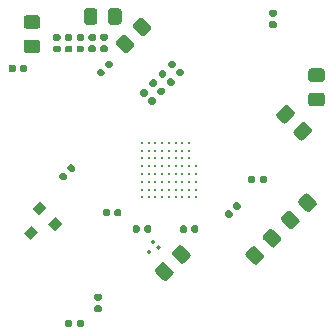
<source format=gbr>
%TF.GenerationSoftware,KiCad,Pcbnew,(5.1.6)-1*%
%TF.CreationDate,2021-01-25T15:06:37+00:00*%
%TF.ProjectId,OpenPnPVis,4f70656e-506e-4505-9669-732e6b696361,003*%
%TF.SameCoordinates,Original*%
%TF.FileFunction,Paste,Top*%
%TF.FilePolarity,Positive*%
%FSLAX46Y46*%
G04 Gerber Fmt 4.6, Leading zero omitted, Abs format (unit mm)*
G04 Created by KiCad (PCBNEW (5.1.6)-1) date 2021-01-25 15:06:37*
%MOMM*%
%LPD*%
G01*
G04 APERTURE LIST*
%ADD10C,0.100000*%
%ADD11C,0.250000*%
G04 APERTURE END LIST*
D10*
%TO.C,Q1*%
G36*
X77328248Y-105506066D02*
G01*
X77893934Y-106071752D01*
X77257538Y-106708148D01*
X76691852Y-106142462D01*
X77328248Y-105506066D01*
G37*
G36*
X78070710Y-103420101D02*
G01*
X78636396Y-103985787D01*
X78000000Y-104622183D01*
X77434314Y-104056497D01*
X78070710Y-103420101D01*
G37*
G36*
X79414213Y-104763604D02*
G01*
X79979899Y-105329290D01*
X79343503Y-105965686D01*
X78777817Y-105400000D01*
X79414213Y-104763604D01*
G37*
%TD*%
%TO.C,R15*%
G36*
G01*
X84010000Y-104227500D02*
X84010000Y-104572500D01*
G75*
G02*
X83862500Y-104720000I-147500J0D01*
G01*
X83567500Y-104720000D01*
G75*
G02*
X83420000Y-104572500I0J147500D01*
G01*
X83420000Y-104227500D01*
G75*
G02*
X83567500Y-104080000I147500J0D01*
G01*
X83862500Y-104080000D01*
G75*
G02*
X84010000Y-104227500I0J-147500D01*
G01*
G37*
G36*
G01*
X84980000Y-104227500D02*
X84980000Y-104572500D01*
G75*
G02*
X84832500Y-104720000I-147500J0D01*
G01*
X84537500Y-104720000D01*
G75*
G02*
X84390000Y-104572500I0J147500D01*
G01*
X84390000Y-104227500D01*
G75*
G02*
X84537500Y-104080000I147500J0D01*
G01*
X84832500Y-104080000D01*
G75*
G02*
X84980000Y-104227500I0J-147500D01*
G01*
G37*
%TD*%
%TO.C,R14*%
G36*
G01*
X86905000Y-105972500D02*
X86905000Y-105627500D01*
G75*
G02*
X87052500Y-105480000I147500J0D01*
G01*
X87347500Y-105480000D01*
G75*
G02*
X87495000Y-105627500I0J-147500D01*
G01*
X87495000Y-105972500D01*
G75*
G02*
X87347500Y-106120000I-147500J0D01*
G01*
X87052500Y-106120000D01*
G75*
G02*
X86905000Y-105972500I0J147500D01*
G01*
G37*
G36*
G01*
X85935000Y-105972500D02*
X85935000Y-105627500D01*
G75*
G02*
X86082500Y-105480000I147500J0D01*
G01*
X86377500Y-105480000D01*
G75*
G02*
X86525000Y-105627500I0J-147500D01*
G01*
X86525000Y-105972500D01*
G75*
G02*
X86377500Y-106120000I-147500J0D01*
G01*
X86082500Y-106120000D01*
G75*
G02*
X85935000Y-105972500I0J147500D01*
G01*
G37*
%TD*%
%TO.C,R5*%
G36*
G01*
X90905000Y-105972500D02*
X90905000Y-105627500D01*
G75*
G02*
X91052500Y-105480000I147500J0D01*
G01*
X91347500Y-105480000D01*
G75*
G02*
X91495000Y-105627500I0J-147500D01*
G01*
X91495000Y-105972500D01*
G75*
G02*
X91347500Y-106120000I-147500J0D01*
G01*
X91052500Y-106120000D01*
G75*
G02*
X90905000Y-105972500I0J147500D01*
G01*
G37*
G36*
G01*
X89935000Y-105972500D02*
X89935000Y-105627500D01*
G75*
G02*
X90082500Y-105480000I147500J0D01*
G01*
X90377500Y-105480000D01*
G75*
G02*
X90525000Y-105627500I0J-147500D01*
G01*
X90525000Y-105972500D01*
G75*
G02*
X90377500Y-106120000I-147500J0D01*
G01*
X90082500Y-106120000D01*
G75*
G02*
X89935000Y-105972500I0J147500D01*
G01*
G37*
%TD*%
%TO.C,C25*%
G36*
G01*
X82950000Y-87349999D02*
X82950000Y-88250001D01*
G75*
G02*
X82700001Y-88500000I-249999J0D01*
G01*
X82049999Y-88500000D01*
G75*
G02*
X81800000Y-88250001I0J249999D01*
G01*
X81800000Y-87349999D01*
G75*
G02*
X82049999Y-87100000I249999J0D01*
G01*
X82700001Y-87100000D01*
G75*
G02*
X82950000Y-87349999I0J-249999D01*
G01*
G37*
G36*
G01*
X85000000Y-87349999D02*
X85000000Y-88250001D01*
G75*
G02*
X84750001Y-88500000I-249999J0D01*
G01*
X84099999Y-88500000D01*
G75*
G02*
X83850000Y-88250001I0J249999D01*
G01*
X83850000Y-87349999D01*
G75*
G02*
X84099999Y-87100000I249999J0D01*
G01*
X84750001Y-87100000D01*
G75*
G02*
X85000000Y-87349999I0J-249999D01*
G01*
G37*
%TD*%
%TO.C,C24*%
G36*
G01*
X76390000Y-92372500D02*
X76390000Y-92027500D01*
G75*
G02*
X76537500Y-91880000I147500J0D01*
G01*
X76832500Y-91880000D01*
G75*
G02*
X76980000Y-92027500I0J-147500D01*
G01*
X76980000Y-92372500D01*
G75*
G02*
X76832500Y-92520000I-147500J0D01*
G01*
X76537500Y-92520000D01*
G75*
G02*
X76390000Y-92372500I0J147500D01*
G01*
G37*
G36*
G01*
X75420000Y-92372500D02*
X75420000Y-92027500D01*
G75*
G02*
X75567500Y-91880000I147500J0D01*
G01*
X75862500Y-91880000D01*
G75*
G02*
X76010000Y-92027500I0J-147500D01*
G01*
X76010000Y-92372500D01*
G75*
G02*
X75862500Y-92520000I-147500J0D01*
G01*
X75567500Y-92520000D01*
G75*
G02*
X75420000Y-92372500I0J147500D01*
G01*
G37*
%TD*%
%TO.C,C21*%
G36*
G01*
X85363604Y-89399999D02*
X86000001Y-90036396D01*
G75*
G02*
X86000001Y-90389948I-176776J-176776D01*
G01*
X85540380Y-90849569D01*
G75*
G02*
X85186828Y-90849569I-176776J176776D01*
G01*
X84550431Y-90213172D01*
G75*
G02*
X84550431Y-89859620I176776J176776D01*
G01*
X85010052Y-89399999D01*
G75*
G02*
X85363604Y-89399999I176776J-176776D01*
G01*
G37*
G36*
G01*
X86813172Y-87950431D02*
X87449569Y-88586828D01*
G75*
G02*
X87449569Y-88940380I-176776J-176776D01*
G01*
X86989948Y-89400001D01*
G75*
G02*
X86636396Y-89400001I-176776J176776D01*
G01*
X85999999Y-88763604D01*
G75*
G02*
X85999999Y-88410052I176776J176776D01*
G01*
X86459620Y-87950431D01*
G75*
G02*
X86813172Y-87950431I176776J-176776D01*
G01*
G37*
%TD*%
%TO.C,C8*%
G36*
G01*
X83343674Y-92212375D02*
X83587625Y-92456327D01*
G75*
G02*
X83587625Y-92664923I-104298J-104298D01*
G01*
X83379029Y-92873519D01*
G75*
G02*
X83170433Y-92873519I-104298J104298D01*
G01*
X82926481Y-92629567D01*
G75*
G02*
X82926481Y-92420971I104298J104298D01*
G01*
X83135077Y-92212375D01*
G75*
G02*
X83343673Y-92212375I104298J-104298D01*
G01*
G37*
G36*
G01*
X84029568Y-91526481D02*
X84273519Y-91770433D01*
G75*
G02*
X84273519Y-91979029I-104298J-104298D01*
G01*
X84064923Y-92187625D01*
G75*
G02*
X83856327Y-92187625I-104298J104298D01*
G01*
X83612375Y-91943673D01*
G75*
G02*
X83612375Y-91735077I104298J104298D01*
G01*
X83820971Y-91526481D01*
G75*
G02*
X84029567Y-91526481I104298J-104298D01*
G01*
G37*
%TD*%
D11*
%TO.C,U2*%
X86720000Y-98490000D03*
X86720000Y-99150000D03*
X86720000Y-99810000D03*
X86720000Y-100470000D03*
X86720000Y-101130000D03*
X86720000Y-101790000D03*
X86720000Y-102450000D03*
X86720000Y-103110000D03*
X87290000Y-98490000D03*
X87290000Y-99150000D03*
X87290000Y-99810000D03*
X87290000Y-100470000D03*
X87290000Y-101130000D03*
X87290000Y-101790000D03*
X87290000Y-102450000D03*
X87290000Y-103110000D03*
X87860000Y-98490000D03*
X87860000Y-99150000D03*
X87860000Y-99810000D03*
X87860000Y-100470000D03*
X87860000Y-101130000D03*
X87860000Y-101790000D03*
X87860000Y-102450000D03*
X87860000Y-103110000D03*
X88430000Y-98490000D03*
X88430000Y-99150000D03*
X88430000Y-99810000D03*
X88430000Y-100470000D03*
X88430000Y-101130000D03*
X88430000Y-101790000D03*
X88430000Y-102450000D03*
X88430000Y-103110000D03*
X89000000Y-98490000D03*
X89000000Y-99150000D03*
X89000000Y-99810000D03*
X89000000Y-100470000D03*
X89000000Y-101130000D03*
X89000000Y-101790000D03*
X89000000Y-102450000D03*
X89000000Y-103110000D03*
X89570000Y-98490000D03*
X89570000Y-99150000D03*
X89570000Y-99810000D03*
X89570000Y-100470000D03*
X89570000Y-101130000D03*
X89570000Y-101790000D03*
X89570000Y-102450000D03*
X89570000Y-103110000D03*
X90140000Y-98490000D03*
X90140000Y-99150000D03*
X90140000Y-99810000D03*
X90140000Y-100470000D03*
X90140000Y-101130000D03*
X90140000Y-101790000D03*
X90140000Y-102450000D03*
X90140000Y-103110000D03*
X90710000Y-98490000D03*
X90710000Y-99150000D03*
X90710000Y-99810000D03*
X90710000Y-100470000D03*
X90710000Y-101130000D03*
X90710000Y-101790000D03*
X90710000Y-102450000D03*
X90710000Y-103110000D03*
X91280000Y-100470000D03*
X91280000Y-101130000D03*
X91280000Y-101790000D03*
X91280000Y-102450000D03*
X91280000Y-103110000D03*
%TD*%
%TO.C,R20*%
G36*
G01*
X88012375Y-94056326D02*
X88256327Y-93812375D01*
G75*
G02*
X88464923Y-93812375I104298J-104298D01*
G01*
X88673519Y-94020971D01*
G75*
G02*
X88673519Y-94229567I-104298J-104298D01*
G01*
X88429567Y-94473519D01*
G75*
G02*
X88220971Y-94473519I-104298J104298D01*
G01*
X88012375Y-94264923D01*
G75*
G02*
X88012375Y-94056327I104298J104298D01*
G01*
G37*
G36*
G01*
X87326481Y-93370432D02*
X87570433Y-93126481D01*
G75*
G02*
X87779029Y-93126481I104298J-104298D01*
G01*
X87987625Y-93335077D01*
G75*
G02*
X87987625Y-93543673I-104298J-104298D01*
G01*
X87743673Y-93787625D01*
G75*
G02*
X87535077Y-93787625I-104298J104298D01*
G01*
X87326481Y-93579029D01*
G75*
G02*
X87326481Y-93370433I104298J104298D01*
G01*
G37*
%TD*%
%TO.C,R19*%
G36*
G01*
X80656326Y-100987625D02*
X80412375Y-100743673D01*
G75*
G02*
X80412375Y-100535077I104298J104298D01*
G01*
X80620971Y-100326481D01*
G75*
G02*
X80829567Y-100326481I104298J-104298D01*
G01*
X81073519Y-100570433D01*
G75*
G02*
X81073519Y-100779029I-104298J-104298D01*
G01*
X80864923Y-100987625D01*
G75*
G02*
X80656327Y-100987625I-104298J104298D01*
G01*
G37*
G36*
G01*
X79970432Y-101673519D02*
X79726481Y-101429567D01*
G75*
G02*
X79726481Y-101220971I104298J104298D01*
G01*
X79935077Y-101012375D01*
G75*
G02*
X80143673Y-101012375I104298J-104298D01*
G01*
X80387625Y-101256327D01*
G75*
G02*
X80387625Y-101464923I-104298J-104298D01*
G01*
X80179029Y-101673519D01*
G75*
G02*
X79970433Y-101673519I-104298J104298D01*
G01*
G37*
%TD*%
%TO.C,R13*%
G36*
G01*
X87187625Y-94343674D02*
X86943673Y-94587625D01*
G75*
G02*
X86735077Y-94587625I-104298J104298D01*
G01*
X86526481Y-94379029D01*
G75*
G02*
X86526481Y-94170433I104298J104298D01*
G01*
X86770433Y-93926481D01*
G75*
G02*
X86979029Y-93926481I104298J-104298D01*
G01*
X87187625Y-94135077D01*
G75*
G02*
X87187625Y-94343673I-104298J-104298D01*
G01*
G37*
G36*
G01*
X87873519Y-95029568D02*
X87629567Y-95273519D01*
G75*
G02*
X87420971Y-95273519I-104298J104298D01*
G01*
X87212375Y-95064923D01*
G75*
G02*
X87212375Y-94856327I104298J104298D01*
G01*
X87456327Y-94612375D01*
G75*
G02*
X87664923Y-94612375I104298J-104298D01*
G01*
X87873519Y-94820971D01*
G75*
G02*
X87873519Y-95029567I-104298J-104298D01*
G01*
G37*
%TD*%
%TO.C,R12*%
G36*
G01*
X83672500Y-89860000D02*
X83327500Y-89860000D01*
G75*
G02*
X83180000Y-89712500I0J147500D01*
G01*
X83180000Y-89417500D01*
G75*
G02*
X83327500Y-89270000I147500J0D01*
G01*
X83672500Y-89270000D01*
G75*
G02*
X83820000Y-89417500I0J-147500D01*
G01*
X83820000Y-89712500D01*
G75*
G02*
X83672500Y-89860000I-147500J0D01*
G01*
G37*
G36*
G01*
X83672500Y-90830000D02*
X83327500Y-90830000D01*
G75*
G02*
X83180000Y-90682500I0J147500D01*
G01*
X83180000Y-90387500D01*
G75*
G02*
X83327500Y-90240000I147500J0D01*
G01*
X83672500Y-90240000D01*
G75*
G02*
X83820000Y-90387500I0J-147500D01*
G01*
X83820000Y-90682500D01*
G75*
G02*
X83672500Y-90830000I-147500J0D01*
G01*
G37*
%TD*%
%TO.C,R11*%
G36*
G01*
X82672500Y-89860000D02*
X82327500Y-89860000D01*
G75*
G02*
X82180000Y-89712500I0J147500D01*
G01*
X82180000Y-89417500D01*
G75*
G02*
X82327500Y-89270000I147500J0D01*
G01*
X82672500Y-89270000D01*
G75*
G02*
X82820000Y-89417500I0J-147500D01*
G01*
X82820000Y-89712500D01*
G75*
G02*
X82672500Y-89860000I-147500J0D01*
G01*
G37*
G36*
G01*
X82672500Y-90830000D02*
X82327500Y-90830000D01*
G75*
G02*
X82180000Y-90682500I0J147500D01*
G01*
X82180000Y-90387500D01*
G75*
G02*
X82327500Y-90240000I147500J0D01*
G01*
X82672500Y-90240000D01*
G75*
G02*
X82820000Y-90387500I0J-147500D01*
G01*
X82820000Y-90682500D01*
G75*
G02*
X82672500Y-90830000I-147500J0D01*
G01*
G37*
%TD*%
%TO.C,R10*%
G36*
G01*
X81672500Y-89875000D02*
X81327500Y-89875000D01*
G75*
G02*
X81180000Y-89727500I0J147500D01*
G01*
X81180000Y-89432500D01*
G75*
G02*
X81327500Y-89285000I147500J0D01*
G01*
X81672500Y-89285000D01*
G75*
G02*
X81820000Y-89432500I0J-147500D01*
G01*
X81820000Y-89727500D01*
G75*
G02*
X81672500Y-89875000I-147500J0D01*
G01*
G37*
G36*
G01*
X81672500Y-90845000D02*
X81327500Y-90845000D01*
G75*
G02*
X81180000Y-90697500I0J147500D01*
G01*
X81180000Y-90402500D01*
G75*
G02*
X81327500Y-90255000I147500J0D01*
G01*
X81672500Y-90255000D01*
G75*
G02*
X81820000Y-90402500I0J-147500D01*
G01*
X81820000Y-90697500D01*
G75*
G02*
X81672500Y-90845000I-147500J0D01*
G01*
G37*
%TD*%
%TO.C,R9*%
G36*
G01*
X80672500Y-89875000D02*
X80327500Y-89875000D01*
G75*
G02*
X80180000Y-89727500I0J147500D01*
G01*
X80180000Y-89432500D01*
G75*
G02*
X80327500Y-89285000I147500J0D01*
G01*
X80672500Y-89285000D01*
G75*
G02*
X80820000Y-89432500I0J-147500D01*
G01*
X80820000Y-89727500D01*
G75*
G02*
X80672500Y-89875000I-147500J0D01*
G01*
G37*
G36*
G01*
X80672500Y-90845000D02*
X80327500Y-90845000D01*
G75*
G02*
X80180000Y-90697500I0J147500D01*
G01*
X80180000Y-90402500D01*
G75*
G02*
X80327500Y-90255000I147500J0D01*
G01*
X80672500Y-90255000D01*
G75*
G02*
X80820000Y-90402500I0J-147500D01*
G01*
X80820000Y-90697500D01*
G75*
G02*
X80672500Y-90845000I-147500J0D01*
G01*
G37*
%TD*%
%TO.C,R8*%
G36*
G01*
X79672500Y-89875000D02*
X79327500Y-89875000D01*
G75*
G02*
X79180000Y-89727500I0J147500D01*
G01*
X79180000Y-89432500D01*
G75*
G02*
X79327500Y-89285000I147500J0D01*
G01*
X79672500Y-89285000D01*
G75*
G02*
X79820000Y-89432500I0J-147500D01*
G01*
X79820000Y-89727500D01*
G75*
G02*
X79672500Y-89875000I-147500J0D01*
G01*
G37*
G36*
G01*
X79672500Y-90845000D02*
X79327500Y-90845000D01*
G75*
G02*
X79180000Y-90697500I0J147500D01*
G01*
X79180000Y-90402500D01*
G75*
G02*
X79327500Y-90255000I147500J0D01*
G01*
X79672500Y-90255000D01*
G75*
G02*
X79820000Y-90402500I0J-147500D01*
G01*
X79820000Y-90697500D01*
G75*
G02*
X79672500Y-90845000I-147500J0D01*
G01*
G37*
%TD*%
%TO.C,R7*%
G36*
G01*
X88787625Y-92743674D02*
X88543673Y-92987625D01*
G75*
G02*
X88335077Y-92987625I-104298J104298D01*
G01*
X88126481Y-92779029D01*
G75*
G02*
X88126481Y-92570433I104298J104298D01*
G01*
X88370433Y-92326481D01*
G75*
G02*
X88579029Y-92326481I104298J-104298D01*
G01*
X88787625Y-92535077D01*
G75*
G02*
X88787625Y-92743673I-104298J-104298D01*
G01*
G37*
G36*
G01*
X89473519Y-93429568D02*
X89229567Y-93673519D01*
G75*
G02*
X89020971Y-93673519I-104298J104298D01*
G01*
X88812375Y-93464923D01*
G75*
G02*
X88812375Y-93256327I104298J104298D01*
G01*
X89056327Y-93012375D01*
G75*
G02*
X89264923Y-93012375I104298J-104298D01*
G01*
X89473519Y-93220971D01*
G75*
G02*
X89473519Y-93429567I-104298J-104298D01*
G01*
G37*
%TD*%
%TO.C,R6*%
G36*
G01*
X89587625Y-91943674D02*
X89343673Y-92187625D01*
G75*
G02*
X89135077Y-92187625I-104298J104298D01*
G01*
X88926481Y-91979029D01*
G75*
G02*
X88926481Y-91770433I104298J104298D01*
G01*
X89170433Y-91526481D01*
G75*
G02*
X89379029Y-91526481I104298J-104298D01*
G01*
X89587625Y-91735077D01*
G75*
G02*
X89587625Y-91943673I-104298J-104298D01*
G01*
G37*
G36*
G01*
X90273519Y-92629568D02*
X90029567Y-92873519D01*
G75*
G02*
X89820971Y-92873519I-104298J104298D01*
G01*
X89612375Y-92664923D01*
G75*
G02*
X89612375Y-92456327I104298J104298D01*
G01*
X89856327Y-92212375D01*
G75*
G02*
X90064923Y-92212375I104298J-104298D01*
G01*
X90273519Y-92420971D01*
G75*
G02*
X90273519Y-92629567I-104298J-104298D01*
G01*
G37*
%TD*%
%TO.C,R4*%
G36*
G01*
X96310000Y-101427500D02*
X96310000Y-101772500D01*
G75*
G02*
X96162500Y-101920000I-147500J0D01*
G01*
X95867500Y-101920000D01*
G75*
G02*
X95720000Y-101772500I0J147500D01*
G01*
X95720000Y-101427500D01*
G75*
G02*
X95867500Y-101280000I147500J0D01*
G01*
X96162500Y-101280000D01*
G75*
G02*
X96310000Y-101427500I0J-147500D01*
G01*
G37*
G36*
G01*
X97280000Y-101427500D02*
X97280000Y-101772500D01*
G75*
G02*
X97132500Y-101920000I-147500J0D01*
G01*
X96837500Y-101920000D01*
G75*
G02*
X96690000Y-101772500I0J147500D01*
G01*
X96690000Y-101427500D01*
G75*
G02*
X96837500Y-101280000I147500J0D01*
G01*
X97132500Y-101280000D01*
G75*
G02*
X97280000Y-101427500I0J-147500D01*
G01*
G37*
%TD*%
%TO.C,R3*%
G36*
G01*
X94656326Y-104187625D02*
X94412375Y-103943673D01*
G75*
G02*
X94412375Y-103735077I104298J104298D01*
G01*
X94620971Y-103526481D01*
G75*
G02*
X94829567Y-103526481I104298J-104298D01*
G01*
X95073519Y-103770433D01*
G75*
G02*
X95073519Y-103979029I-104298J-104298D01*
G01*
X94864923Y-104187625D01*
G75*
G02*
X94656327Y-104187625I-104298J104298D01*
G01*
G37*
G36*
G01*
X93970432Y-104873519D02*
X93726481Y-104629567D01*
G75*
G02*
X93726481Y-104420971I104298J104298D01*
G01*
X93935077Y-104212375D01*
G75*
G02*
X94143673Y-104212375I104298J-104298D01*
G01*
X94387625Y-104456327D01*
G75*
G02*
X94387625Y-104664923I-104298J-104298D01*
G01*
X94179029Y-104873519D01*
G75*
G02*
X93970433Y-104873519I-104298J104298D01*
G01*
G37*
%TD*%
%TO.C,R2*%
G36*
G01*
X82827500Y-112240000D02*
X83172500Y-112240000D01*
G75*
G02*
X83320000Y-112387500I0J-147500D01*
G01*
X83320000Y-112682500D01*
G75*
G02*
X83172500Y-112830000I-147500J0D01*
G01*
X82827500Y-112830000D01*
G75*
G02*
X82680000Y-112682500I0J147500D01*
G01*
X82680000Y-112387500D01*
G75*
G02*
X82827500Y-112240000I147500J0D01*
G01*
G37*
G36*
G01*
X82827500Y-111270000D02*
X83172500Y-111270000D01*
G75*
G02*
X83320000Y-111417500I0J-147500D01*
G01*
X83320000Y-111712500D01*
G75*
G02*
X83172500Y-111860000I-147500J0D01*
G01*
X82827500Y-111860000D01*
G75*
G02*
X82680000Y-111712500I0J147500D01*
G01*
X82680000Y-111417500D01*
G75*
G02*
X82827500Y-111270000I147500J0D01*
G01*
G37*
%TD*%
D10*
%TO.C,U6*%
G36*
X87511612Y-107700520D02*
G01*
X87299480Y-107912652D01*
X87087348Y-107700520D01*
X87299480Y-107488388D01*
X87511612Y-107700520D01*
G37*
G36*
X87865165Y-106851992D02*
G01*
X87653033Y-107064124D01*
X87440901Y-106851992D01*
X87653033Y-106639860D01*
X87865165Y-106851992D01*
G37*
G36*
X88360140Y-107346967D02*
G01*
X88148008Y-107559099D01*
X87935876Y-107346967D01*
X88148008Y-107134835D01*
X88360140Y-107346967D01*
G37*
%TD*%
%TO.C,C19*%
G36*
G01*
X80810000Y-113627500D02*
X80810000Y-113972500D01*
G75*
G02*
X80662500Y-114120000I-147500J0D01*
G01*
X80367500Y-114120000D01*
G75*
G02*
X80220000Y-113972500I0J147500D01*
G01*
X80220000Y-113627500D01*
G75*
G02*
X80367500Y-113480000I147500J0D01*
G01*
X80662500Y-113480000D01*
G75*
G02*
X80810000Y-113627500I0J-147500D01*
G01*
G37*
G36*
G01*
X81780000Y-113627500D02*
X81780000Y-113972500D01*
G75*
G02*
X81632500Y-114120000I-147500J0D01*
G01*
X81337500Y-114120000D01*
G75*
G02*
X81190000Y-113972500I0J147500D01*
G01*
X81190000Y-113627500D01*
G75*
G02*
X81337500Y-113480000I147500J0D01*
G01*
X81632500Y-113480000D01*
G75*
G02*
X81780000Y-113627500I0J-147500D01*
G01*
G37*
%TD*%
%TO.C,C17*%
G36*
G01*
X97972500Y-87810000D02*
X97627500Y-87810000D01*
G75*
G02*
X97480000Y-87662500I0J147500D01*
G01*
X97480000Y-87367500D01*
G75*
G02*
X97627500Y-87220000I147500J0D01*
G01*
X97972500Y-87220000D01*
G75*
G02*
X98120000Y-87367500I0J-147500D01*
G01*
X98120000Y-87662500D01*
G75*
G02*
X97972500Y-87810000I-147500J0D01*
G01*
G37*
G36*
G01*
X97972500Y-88780000D02*
X97627500Y-88780000D01*
G75*
G02*
X97480000Y-88632500I0J147500D01*
G01*
X97480000Y-88337500D01*
G75*
G02*
X97627500Y-88190000I147500J0D01*
G01*
X97972500Y-88190000D01*
G75*
G02*
X98120000Y-88337500I0J-147500D01*
G01*
X98120000Y-88632500D01*
G75*
G02*
X97972500Y-88780000I-147500J0D01*
G01*
G37*
%TD*%
%TO.C,C16*%
G36*
G01*
X99599999Y-97436396D02*
X100236396Y-96799999D01*
G75*
G02*
X100589948Y-96799999I176776J-176776D01*
G01*
X101049569Y-97259620D01*
G75*
G02*
X101049569Y-97613172I-176776J-176776D01*
G01*
X100413172Y-98249569D01*
G75*
G02*
X100059620Y-98249569I-176776J176776D01*
G01*
X99599999Y-97789948D01*
G75*
G02*
X99599999Y-97436396I176776J176776D01*
G01*
G37*
G36*
G01*
X98150431Y-95986828D02*
X98786828Y-95350431D01*
G75*
G02*
X99140380Y-95350431I176776J-176776D01*
G01*
X99600001Y-95810052D01*
G75*
G02*
X99600001Y-96163604I-176776J-176776D01*
G01*
X98963604Y-96800001D01*
G75*
G02*
X98610052Y-96800001I-176776J176776D01*
G01*
X98150431Y-96340380D01*
G75*
G02*
X98150431Y-95986828I176776J176776D01*
G01*
G37*
%TD*%
%TO.C,C15*%
G36*
G01*
X101950001Y-93350000D02*
X101049999Y-93350000D01*
G75*
G02*
X100800000Y-93100001I0J249999D01*
G01*
X100800000Y-92449999D01*
G75*
G02*
X101049999Y-92200000I249999J0D01*
G01*
X101950001Y-92200000D01*
G75*
G02*
X102200000Y-92449999I0J-249999D01*
G01*
X102200000Y-93100001D01*
G75*
G02*
X101950001Y-93350000I-249999J0D01*
G01*
G37*
G36*
G01*
X101950001Y-95400000D02*
X101049999Y-95400000D01*
G75*
G02*
X100800000Y-95150001I0J249999D01*
G01*
X100800000Y-94499999D01*
G75*
G02*
X101049999Y-94250000I249999J0D01*
G01*
X101950001Y-94250000D01*
G75*
G02*
X102200000Y-94499999I0J-249999D01*
G01*
X102200000Y-95150001D01*
G75*
G02*
X101950001Y-95400000I-249999J0D01*
G01*
G37*
%TD*%
%TO.C,C6*%
G36*
G01*
X76949999Y-89750000D02*
X77850001Y-89750000D01*
G75*
G02*
X78100000Y-89999999I0J-249999D01*
G01*
X78100000Y-90650001D01*
G75*
G02*
X77850001Y-90900000I-249999J0D01*
G01*
X76949999Y-90900000D01*
G75*
G02*
X76700000Y-90650001I0J249999D01*
G01*
X76700000Y-89999999D01*
G75*
G02*
X76949999Y-89750000I249999J0D01*
G01*
G37*
G36*
G01*
X76949999Y-87700000D02*
X77850001Y-87700000D01*
G75*
G02*
X78100000Y-87949999I0J-249999D01*
G01*
X78100000Y-88600001D01*
G75*
G02*
X77850001Y-88850000I-249999J0D01*
G01*
X76949999Y-88850000D01*
G75*
G02*
X76700000Y-88600001I0J249999D01*
G01*
X76700000Y-87949999D01*
G75*
G02*
X76949999Y-87700000I249999J0D01*
G01*
G37*
%TD*%
%TO.C,C5*%
G36*
G01*
X88688388Y-108675215D02*
X89324785Y-109311612D01*
G75*
G02*
X89324785Y-109665164I-176776J-176776D01*
G01*
X88865164Y-110124785D01*
G75*
G02*
X88511612Y-110124785I-176776J176776D01*
G01*
X87875215Y-109488388D01*
G75*
G02*
X87875215Y-109134836I176776J176776D01*
G01*
X88334836Y-108675215D01*
G75*
G02*
X88688388Y-108675215I176776J-176776D01*
G01*
G37*
G36*
G01*
X90137956Y-107225647D02*
X90774353Y-107862044D01*
G75*
G02*
X90774353Y-108215596I-176776J-176776D01*
G01*
X90314732Y-108675217D01*
G75*
G02*
X89961180Y-108675217I-176776J176776D01*
G01*
X89324783Y-108038820D01*
G75*
G02*
X89324783Y-107685268I176776J176776D01*
G01*
X89784404Y-107225647D01*
G75*
G02*
X90137956Y-107225647I176776J-176776D01*
G01*
G37*
%TD*%
%TO.C,C4*%
G36*
G01*
X96363604Y-107299999D02*
X97000001Y-107936396D01*
G75*
G02*
X97000001Y-108289948I-176776J-176776D01*
G01*
X96540380Y-108749569D01*
G75*
G02*
X96186828Y-108749569I-176776J176776D01*
G01*
X95550431Y-108113172D01*
G75*
G02*
X95550431Y-107759620I176776J176776D01*
G01*
X96010052Y-107299999D01*
G75*
G02*
X96363604Y-107299999I176776J-176776D01*
G01*
G37*
G36*
G01*
X97813172Y-105850431D02*
X98449569Y-106486828D01*
G75*
G02*
X98449569Y-106840380I-176776J-176776D01*
G01*
X97989948Y-107300001D01*
G75*
G02*
X97636396Y-107300001I-176776J176776D01*
G01*
X96999999Y-106663604D01*
G75*
G02*
X96999999Y-106310052I176776J176776D01*
G01*
X97459620Y-105850431D01*
G75*
G02*
X97813172Y-105850431I176776J-176776D01*
G01*
G37*
%TD*%
%TO.C,C3*%
G36*
G01*
X100636396Y-104300001D02*
X99999999Y-103663604D01*
G75*
G02*
X99999999Y-103310052I176776J176776D01*
G01*
X100459620Y-102850431D01*
G75*
G02*
X100813172Y-102850431I176776J-176776D01*
G01*
X101449569Y-103486828D01*
G75*
G02*
X101449569Y-103840380I-176776J-176776D01*
G01*
X100989948Y-104300001D01*
G75*
G02*
X100636396Y-104300001I-176776J176776D01*
G01*
G37*
G36*
G01*
X99186828Y-105749569D02*
X98550431Y-105113172D01*
G75*
G02*
X98550431Y-104759620I176776J176776D01*
G01*
X99010052Y-104299999D01*
G75*
G02*
X99363604Y-104299999I176776J-176776D01*
G01*
X100000001Y-104936396D01*
G75*
G02*
X100000001Y-105289948I-176776J-176776D01*
G01*
X99540380Y-105749569D01*
G75*
G02*
X99186828Y-105749569I-176776J176776D01*
G01*
G37*
%TD*%
M02*

</source>
